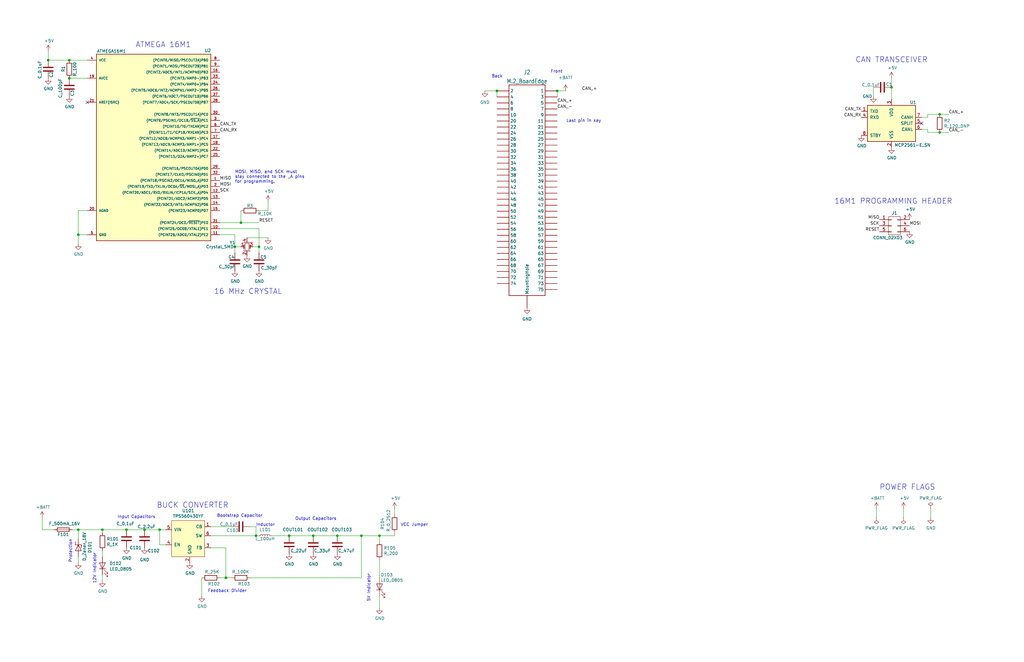
<source format=kicad_sch>
(kicad_sch (version 20211123) (generator eeschema)
  (paper "B")
  (title_block (title "OEM Project Template") (date "2019-08-22") (rev "1") (company "Olin Electric Motorsports") (comment 1 "Wesley Soo-Hoo"))
  (lib_symbols
    (symbol "formula:ATMEGA16M1" (pin_names (offset 1.016))
      (property "Reference" "U" (at -24.13 46.482 0))
      (property "Value" "ATMEGA16M1" (at 12.7 -35.56 0))
      (symbol "ATMEGA16M1_0_1"
        (rectangle (start -24.13 45.72) (end 24.13 -33.02) (stroke (width 0.254)) (fill (type background)))
      )
      (symbol "ATMEGA16M1_1_1"
        (pin bidirectional line (at 27.94 -7.62 180) (length 3.81) (name "(PCINT18/PSCIN2/OC1A/MISO_A)PD2") (number "1"))
        (pin bidirectional line (at 27.94 -27.94 180) (length 3.81) (name "(PCINT25/OC0B/XTAL1)PE1") (number "10"))
        (pin bidirectional line (at 27.94 -30.48 180) (length 3.81) (name "(PCINT26/ADC0/XTAL2)PE2") (number "11"))
        (pin bidirectional line (at 27.94 -12.7 180) (length 3.81) (name "(PCINT20/ADC1/RXD/RXLIN/ICP1A/SCK_A)PD4") (number "12"))
        (pin bidirectional line (at 27.94 -15.24 180) (length 3.81) (name "(PCINT21/ADC2/ACMP2)PD5") (number "13"))
        (pin bidirectional line (at 27.94 -17.78 180) (length 3.81) (name "(PCINT22/ADC3/INT0/ACMPN2)PD6") (number "14"))
        (pin bidirectional line (at 27.94 -20.32 180) (length 3.81) (name "(PCINT23/ACMP0)PD7") (number "15"))
        (pin bidirectional line (at 27.94 38.1 180) (length 3.81) (name "(PCINT2/ADC5/INT1/ACMPN0)PB2") (number "16"))
        (pin bidirectional line (at 27.94 10.16 180) (length 3.81) (name "(PCINT12/ADC8/ACMPN3/AMP1-)PC4") (number "17"))
        (pin bidirectional line (at 27.94 7.62 180) (length 3.81) (name "(PCINT13/ADC9/ACMP3/AMP1+)PC5") (number "18"))
        (pin power_in line (at -27.94 35.56 0) (length 3.81) (name "AVCC") (number "19"))
        (pin bidirectional line (at 27.94 -10.16 180) (length 3.81) (name "(PCINT19/TXD/TXLIN/OC0A/~{SS}/MOSI_A)PD3") (number "2"))
        (pin power_in line (at -27.94 -20.32 0) (length 3.81) (name "AGND") (number "20"))
        (pin power_in line (at -27.94 25.4 0) (length 3.81) (name "AREF(ISRC)") (number "21"))
        (pin bidirectional line (at 27.94 5.08 180) (length 3.81) (name "(PCINT14/ADC10/ACMP1)PC6") (number "22"))
        (pin bidirectional line (at 27.94 35.56 180) (length 3.81) (name "(PCINT3/AMP0-)PB3") (number "23"))
        (pin bidirectional line (at 27.94 33.02 180) (length 3.81) (name "(PCINT4/AMP0+)PB4") (number "24"))
        (pin bidirectional line (at 27.94 2.54 180) (length 3.81) (name "(PCINT15/D2A/AMP2+)PC7") (number "25"))
        (pin bidirectional line (at 27.94 30.48 180) (length 3.81) (name "(PCINT5/ADC6/INT2/ACMPN1/AMP2-)PB5") (number "26"))
        (pin bidirectional line (at 27.94 27.94 180) (length 3.81) (name "(PCINT6/ADC7/PSCOUT1B)PB6") (number "27"))
        (pin bidirectional line (at 27.94 25.4 180) (length 3.81) (name "(PCINT7/ADC4/SCK/PSCOUT0B)PB7") (number "28"))
        (pin bidirectional line (at 27.94 -2.54 180) (length 3.81) (name "(PCINT16/PSCOUT0A)PD0") (number "29"))
        (pin bidirectional line (at 27.94 17.78 180) (length 3.81) (name "(PCINT9/PSCIN1/OC1B/~{SS_A})PC1") (number "3"))
        (pin bidirectional line (at 27.94 20.32 180) (length 3.81) (name "(PCINT8/INT3/PSCOUT1A)PC0") (number "30"))
        (pin bidirectional line (at 27.94 -25.4 180) (length 3.81) (name "(PCINT24/OCD/~{RESET})PE0") (number "31"))
        (pin bidirectional line (at 27.94 -5.08 180) (length 3.81) (name "(PCINT17/CLKO/PSCIN0)PD1") (number "32"))
        (pin power_in line (at -27.94 43.18 0) (length 3.81) (name "VCC") (number "4"))
        (pin power_in line (at -27.94 -30.48 0) (length 3.81) (name "GND") (number "5"))
        (pin bidirectional line (at 27.94 15.24 180) (length 3.81) (name "(PCINT10/T0/TXCAN)PC2") (number "6"))
        (pin bidirectional line (at 27.94 12.7 180) (length 3.81) (name "(PCINT11/T1/ICP1B/RXCAN)PC3") (number "7"))
        (pin bidirectional line (at 27.94 43.18 180) (length 3.81) (name "(PCINT0/MISO/PSCOUT2A)PB0") (number "8"))
        (pin bidirectional line (at 27.94 40.64 180) (length 3.81) (name "(PCINT1/MOSI/PSCOUT2B)PB1") (number "9"))
      )
    )
    (symbol "formula:CONN_02X03" (pin_names (offset 0.0254) hide)
      (property "Reference" "J" (at 0 5.08 0))
      (property "Value" "CONN_02X03" (at 0 -5.08 0))
      (symbol "CONN_02X03_0_1"
        (rectangle (start -2.54 -2.413) (end -1.27 -2.667))
        (rectangle (start -2.54 0.127) (end -1.27 -0.127))
        (rectangle (start -2.54 2.667) (end -1.27 2.413))
        (rectangle (start -2.54 3.81) (end 2.54 -3.81))
        (rectangle (start 1.27 -2.413) (end 2.54 -2.667))
        (rectangle (start 1.27 0.127) (end 2.54 -0.127))
        (rectangle (start 1.27 2.667) (end 2.54 2.413))
      )
      (symbol "CONN_02X03_1_1"
        (pin passive line (at -6.35 2.54 0) (length 3.81) (name "P1") (number "1"))
        (pin passive line (at 6.35 2.54 180) (length 3.81) (name "P2") (number "2"))
        (pin passive line (at -6.35 0 0) (length 3.81) (name "P3") (number "3"))
        (pin passive line (at 6.35 0 180) (length 3.81) (name "P4") (number "4"))
        (pin passive line (at -6.35 -2.54 0) (length 3.81) (name "P5") (number "5"))
        (pin passive line (at 6.35 -2.54 180) (length 3.81) (name "P6") (number "6"))
      )
    )
    (symbol "formula:C_0.1uF" (pin_numbers hide) (pin_names (offset 0.254))
      (property "Reference" "C" (at 0.635 2.54 0))
      (property "Value" "C_0.1uF" (at 0.635 -2.54 0))
      (symbol "C_0.1uF_0_1"
        (polyline (pts (xy -2.032 -0.762) (xy 2.032 -0.762)) (stroke (width 0.508)))
        (polyline (pts (xy -2.032 0.762) (xy 2.032 0.762)) (stroke (width 0.508)))
      )
      (symbol "C_0.1uF_1_1"
        (pin passive line (at 0 3.81 270) (length 2.794) (name "~") (number "1"))
        (pin passive line (at 0 -3.81 90) (length 2.794) (name "~") (number "2"))
      )
    )
    (symbol "formula:C_100pF" (pin_numbers hide) (pin_names (offset 0.254))
      (property "Reference" "C" (at 0.635 2.54 0))
      (property "Value" "C_100pF" (at 0.635 -2.54 0))
      (symbol "C_100pF_0_1"
        (polyline (pts (xy -2.032 -0.762) (xy 2.032 -0.762)) (stroke (width 0.508)))
        (polyline (pts (xy -2.032 0.762) (xy 2.032 0.762)) (stroke (width 0.508)))
      )
      (symbol "C_100pF_1_1"
        (pin passive line (at 0 3.81 270) (length 2.794) (name "~") (number "1"))
        (pin passive line (at 0 -3.81 90) (length 2.794) (name "~") (number "2"))
      )
    )
    (symbol "formula:C_2.2uF" (pin_numbers hide) (pin_names (offset 0.254))
      (property "Reference" "C" (at 0.635 3.81 0))
      (property "Value" "C_2.2uF" (at 0.635 -1.27 0))
      (symbol "C_2.2uF_0_1"
        (polyline (pts (xy -2.032 0.508) (xy 2.032 0.508)) (stroke (width 0.508)))
        (polyline (pts (xy -2.032 2.032) (xy 2.032 2.032)) (stroke (width 0.508)))
      )
      (symbol "C_2.2uF_1_1"
        (pin passive line (at 0 5.08 270) (length 2.794) (name "~") (number "1"))
        (pin passive line (at 0 -2.54 90) (length 2.794) (name "~") (number "2"))
      )
    )
    (symbol "formula:C_22uF" (pin_numbers hide) (pin_names (offset 0.254))
      (property "Reference" "C" (at 0.635 2.54 0))
      (property "Value" "C_22uF" (at 0.635 -2.54 0))
      (symbol "C_22uF_0_1"
        (polyline (pts (xy -2.032 -0.762) (xy 2.032 -0.762)) (stroke (width 0.508)))
        (polyline (pts (xy -2.032 0.762) (xy 2.032 0.762)) (stroke (width 0.508)))
      )
      (symbol "C_22uF_1_1"
        (pin passive line (at 0 3.81 270) (length 2.794) (name "~") (number "1"))
        (pin passive line (at 0 -3.81 90) (length 2.794) (name "~") (number "2"))
      )
    )
    (symbol "formula:C_30pF" (pin_numbers hide) (pin_names (offset 0.254))
      (property "Reference" "C" (at 0.635 2.54 0))
      (property "Value" "C_30pF" (at 0.635 -2.54 0))
      (symbol "C_30pF_0_1"
        (polyline (pts (xy -2.032 -0.762) (xy 2.032 -0.762)) (stroke (width 0.508)))
        (polyline (pts (xy -2.032 0.762) (xy 2.032 0.762)) (stroke (width 0.508)))
      )
      (symbol "C_30pF_1_1"
        (pin passive line (at 0 3.81 270) (length 2.794) (name "~") (number "1"))
        (pin passive line (at 0 -3.81 90) (length 2.794) (name "~") (number "2"))
      )
    )
    (symbol "formula:C_33uF" (pin_numbers hide) (pin_names (offset 0.254))
      (property "Reference" "C" (at 0.635 2.54 0))
      (property "Value" "C_33uF" (at 2.54 -7.62 0))
      (symbol "C_33uF_0_1"
        (polyline (pts (xy -2.032 -0.762) (xy 2.032 -0.762)) (stroke (width 0.508)))
        (polyline (pts (xy -2.032 0.762) (xy 2.032 0.762)) (stroke (width 0.508)))
      )
      (symbol "C_33uF_1_1"
        (pin passive line (at 0 3.81 270) (length 2.794) (name "~") (number "1"))
        (pin passive line (at 0 -3.81 90) (length 2.794) (name "~") (number "2"))
      )
    )
    (symbol "formula:C_47uF" (pin_numbers hide) (pin_names (offset 0.254))
      (property "Reference" "C" (at 0.635 2.54 0))
      (property "Value" "C_47uF" (at 0.635 -2.54 0))
      (symbol "C_47uF_0_1"
        (polyline (pts (xy -2.032 -0.762) (xy 2.032 -0.762)) (stroke (width 0.508)))
        (polyline (pts (xy -2.032 0.762) (xy 2.032 0.762)) (stroke (width 0.508)))
      )
      (symbol "C_47uF_1_1"
        (pin passive line (at 0 3.81 270) (length 2.794) (name "~") (number "1"))
        (pin passive line (at 0 -3.81 90) (length 2.794) (name "~") (number "2"))
      )
    )
    (symbol "formula:Crystal_SMD" (pin_names (offset 1.016) hide)
      (property "Reference" "Y" (at 1.27 4.445 0))
      (property "Value" "Crystal_SMD" (at 1.27 2.54 0))
      (symbol "Crystal_SMD_0_1"
        (rectangle (start -0.762 -1.524) (end 0.762 1.524))
        (polyline (pts (xy -1.27 -0.762) (xy -1.27 0.762)) (stroke (width 0.381)))
        (polyline (pts (xy 1.27 -0.762) (xy 1.27 0.762)) (stroke (width 0.381)))
        (polyline (pts (xy -1.27 -1.27) (xy -1.27 -1.905) (xy 1.27 -1.905) (xy 1.27 -1.27)))
        (polyline (pts (xy -1.27 1.27) (xy -1.27 1.905) (xy 1.27 1.905) (xy 1.27 1.27)))
      )
      (symbol "Crystal_SMD_1_1"
        (pin passive line (at -2.54 0 0) (length 1.27) (name "1") (number "1"))
        (pin passive line (at 0 -3.81 90) (length 1.905) (name "2") (number "2"))
        (pin passive line (at 2.54 0 180) (length 1.27) (name "3") (number "3"))
        (pin passive line (at 0 3.81 270) (length 1.905) (name "4") (number "4"))
      )
    )
    (symbol "formula:D_Zener_18V" (pin_numbers hide) (pin_names (offset 1.016) hide)
      (property "Reference" "D" (at 0 2.54 0))
      (property "Value" "D_Zener_18V" (at 0 -2.54 0))
      (symbol "D_Zener_18V_0_1"
        (polyline (pts (xy -1.27 -1.27) (xy -2.54 -1.27)) (stroke (width 0.2032)))
        (polyline (pts (xy -1.27 1.27) (xy 0 1.27)) (stroke (width 0.2032)))
        (polyline (pts (xy 1.27 0) (xy -1.27 0)))
        (polyline (pts (xy -1.27 -1.27) (xy -1.27 1.27) (xy -0.762 1.27)) (stroke (width 0.2032)))
        (polyline (pts (xy 1.27 -1.27) (xy 1.27 1.27) (xy -1.27 0) (xy 1.27 -1.27)) (stroke (width 0.2032)))
      )
      (symbol "D_Zener_18V_1_1"
        (pin passive line (at -3.81 0 0) (length 2.54) (name "K") (number "1"))
        (pin passive line (at 3.81 0 180) (length 2.54) (name "A") (number "2"))
      )
    )
    (symbol "formula:F_500mA_16V" (pin_numbers hide) (pin_names (offset 0))
      (property "Reference" "F" (at 2.032 0 90))
      (property "Value" "F_500mA_16V" (at -1.905 0 90))
      (symbol "F_500mA_16V_0_1"
        (rectangle (start -0.762 -2.54) (end 0.762 2.54) (stroke (width 0.254)))
        (polyline (pts (xy 0 2.54) (xy 0 -2.54)))
      )
      (symbol "F_500mA_16V_1_1"
        (pin passive line (at 0 3.81 270) (length 1.27) (name "~") (number "1"))
        (pin passive line (at 0 -3.81 90) (length 1.27) (name "~") (number "2"))
      )
    )
    (symbol "formula:LED_0805" (pin_numbers hide) (pin_names (offset 1.016) hide)
      (property "Reference" "D" (at 0 -2.54 0))
      (property "Value" "LED_0805" (at 0 2.54 0))
      (symbol "LED_0805_0_1"
        (polyline (pts (xy -1.27 -1.27) (xy -1.27 1.27)) (stroke (width 0.2032)))
        (polyline (pts (xy -1.27 0) (xy 1.27 0)))
        (polyline (pts (xy 1.27 -1.27) (xy 1.27 1.27) (xy -1.27 0) (xy 1.27 -1.27)) (stroke (width 0.2032)))
        (polyline (pts (xy -3.048 -0.762) (xy -4.572 -2.286) (xy -3.81 -2.286) (xy -4.572 -2.286) (xy -4.572 -1.524)))
        (polyline (pts (xy -1.778 -0.762) (xy -3.302 -2.286) (xy -2.54 -2.286) (xy -3.302 -2.286) (xy -3.302 -1.524)))
      )
      (symbol "LED_0805_1_1"
        (pin passive line (at -3.81 0 0) (length 2.54) (name "K") (number "1"))
        (pin passive line (at 3.81 0 180) (length 2.54) (name "A") (number "2"))
      )
    )
    (symbol "formula:L_100uH" (pin_numbers hide) (pin_names (offset 1.016) hide)
      (property "Reference" "L" (at 0 -1.27 0))
      (property "Value" "L_100uH" (at 0 2.54 0))
      (symbol "L_100uH_1_1"
        (arc (start -1.016 0) (mid -1.524 0.508) (end -2.032 0))
        (arc (start 0 0) (mid -0.508 0.508) (end -1.016 0))
        (arc (start 1.016 0) (mid 0.508 0.508) (end 0 0))
        (arc (start 2.032 0) (mid 1.524 0.508) (end 1.016 0))
        (pin passive line (at -2.54 0 0) (length 0.508) (name "~") (number "1"))
        (pin passive line (at 2.54 0 180) (length 0.508) (name "~") (number "2"))
      )
    )
    (symbol "formula:M.2_BoardEdge"
      (property "Reference" "J?" (at 8.89 95.25 0))
      (property "Value" "M.2_BoardEdge" (at 15.24 91.44 0))
      (symbol "M.2_BoardEdge_1_0"
        (polyline (pts (xy 0 0) (xy 0 88.9)) (stroke (width 0.254)))
        (polyline (pts (xy 0 0) (xy 15.24 0)) (stroke (width 0.254)))
        (polyline (pts (xy 15.24 88.9) (xy 0 88.9)) (stroke (width 0.254)))
        (polyline (pts (xy 15.24 88.9) (xy 15.24 0)) (stroke (width 0.254)))
        (pin bidirectional line (at 7.62 -5.08 90) (length 5.08) (name "MountingHole") (number "MOUNTING-HOLE"))
        (pin bidirectional line (at 20.32 86.36 180) (length 5.08) (name "1") (number "P$1"))
        (pin bidirectional line (at -5.08 76.2 0) (length 5.08) (name "10") (number "P$10"))
        (pin bidirectional line (at 20.32 73.66 180) (length 5.08) (name "11") (number "P$11"))
        (pin bidirectional line (at -5.08 86.36 0) (length 5.08) (name "2") (number "P$2"))
        (pin bidirectional line (at -5.08 73.66 0) (length 5.08) (name "20") (number "P$20"))
        (pin bidirectional line (at 20.32 71.12 180) (length 5.08) (name "21") (number "P$21"))
        (pin bidirectional line (at -5.08 71.12 0) (length 5.08) (name "22") (number "P$22"))
        (pin bidirectional line (at 20.32 68.58 180) (length 5.08) (name "23") (number "P$23"))
        (pin bidirectional line (at -5.08 68.58 0) (length 5.08) (name "24") (number "P$24"))
        (pin bidirectional line (at 20.32 66.04 180) (length 5.08) (name "25") (number "P$25"))
        (pin bidirectional line (at -5.08 66.04 0) (length 5.08) (name "26") (number "P$26"))
        (pin bidirectional line (at 20.32 63.5 180) (length 5.08) (name "27") (number "P$27"))
        (pin bidirectional line (at -5.08 63.5 0) (length 5.08) (name "28") (number "P$28"))
        (pin bidirectional line (at 20.32 60.96 180) (length 5.08) (name "29") (number "P$29"))
        (pin bidirectional line (at 20.32 83.82 180) (length 5.08) (name "3") (number "P$3"))
        (pin bidirectional line (at -5.08 60.96 0) (length 5.08) (name "30") (number "P$30"))
        (pin bidirectional line (at 20.32 58.42 180) (length 5.08) (name "31") (number "P$31"))
        (pin bidirectional line (at -5.08 58.42 0) (length 5.08) (name "32") (number "P$32"))
        (pin bidirectional line (at 20.32 55.88 180) (length 5.08) (name "33") (number "P$33"))
        (pin bidirectional line (at -5.08 55.88 0) (length 5.08) (name "34") (number "P$34"))
        (pin bidirectional line (at 20.32 53.34 180) (length 5.08) (name "35") (number "P$35"))
        (pin bidirectional line (at -5.08 53.34 0) (length 5.08) (name "36") (number "P$36"))
        (pin bidirectional line (at 20.32 50.8 180) (length 5.08) (name "37") (number "P$37"))
        (pin bidirectional line (at -5.08 50.8 0) (length 5.08) (name "38") (number "P$38"))
        (pin bidirectional line (at 20.32 48.26 180) (length 5.08) (name "39") (number "P$39"))
        (pin bidirectional line (at -5.08 83.82 0) (length 5.08) (name "4") (number "P$4"))
        (pin bidirectional line (at -5.08 48.26 0) (length 5.08) (name "40") (number "P$40"))
        (pin bidirectional line (at 20.32 45.72 180) (length 5.08) (name "41") (number "P$41"))
        (pin bidirectional line (at -5.08 45.72 0) (length 5.08) (name "42") (number "P$42"))
        (pin bidirectional line (at 20.32 43.18 180) (length 5.08) (name "43") (number "P$43"))
        (pin bidirectional line (at -5.08 43.18 0) (length 5.08) (name "44") (number "P$44"))
        (pin bidirectional line (at 20.32 40.64 180) (length 5.08) (name "45") (number "P$45"))
        (pin bidirectional line (at -5.08 40.64 0) (length 5.08) (name "46") (number "P$46"))
        (pin bidirectional line (at 20.32 38.1 180) (length 5.08) (name "47") (number "P$47"))
        (pin bidirectional line (at -5.08 38.1 0) (length 5.08) (name "48") (number "P$48"))
        (pin bidirectional line (at 20.32 35.56 180) (length 5.08) (name "49") (number "P$49"))
        (pin bidirectional line (at 20.32 81.28 180) (length 5.08) (name "5") (number "P$5"))
        (pin bidirectional line (at -5.08 35.56 0) (length 5.08) (name "50") (number "P$50"))
        (pin bidirectional line (at 20.32 33.02 180) (length 5.08) (name "51") (number "P$51"))
        (pin bidirectional line (at -5.08 33.02 0) (length 5.08) (name "52") (number "P$52"))
        (pin bidirectional line (at 20.32 30.48 180) (length 5.08) (name "53") (number "P$53"))
        (pin bidirectional line (at -5.08 30.48 0) (length 5.08) (name "54") (number "P$54"))
        (pin bidirectional line (at 20.32 27.94 180) (length 5.08) (name "55") (number "P$55"))
        (pin bidirectional line (at -5.08 27.94 0) (length 5.08) (name "56") (number "P$56"))
        (pin bidirectional line (at 20.32 25.4 180) (length 5.08) (name "57") (number "P$57"))
        (pin bidirectional line (at -5.08 25.4 0) (length 5.08) (name "58") (number "P$58"))
        (pin bidirectional line (at 20.32 22.86 180) (length 5.08) (name "59") (number "P$59"))
        (pin bidirectional line (at -5.08 81.28 0) (length 5.08) (name "6") (number "P$6"))
        (pin bidirectional line (at -5.08 22.86 0) (length 5.08) (name "60") (number "P$60"))
        (pin bidirectional line (at 20.32 20.32 180) (length 5.08) (name "61") (number "P$61"))
        (pin bidirectional line (at -5.08 20.32 0) (length 5.08) (name "62") (number "P$62"))
        (pin bidirectional line (at 20.32 17.78 180) (length 5.08) (name "63") (number "P$63"))
        (pin bidirectional line (at -5.08 17.78 0) (length 5.08) (name "64") (number "P$64"))
        (pin bidirectional line (at 20.32 15.24 180) (length 5.08) (name "65") (number "P$65"))
        (pin bidirectional line (at -5.08 15.24 0) (length 5.08) (name "66") (number "P$66"))
        (pin bidirectional line (at 20.32 12.7 180) (length 5.08) (name "67") (number "P$67"))
        (pin bidirectional line (at -5.08 12.7 0) (length 5.08) (name "68") (number "P$68"))
        (pin bidirectional line (at 20.32 10.16 180) (length 5.08) (name "69") (number "P$69"))
        (pin bidirectional line (at 20.32 78.74 180) (length 5.08) (name "7") (number "P$7"))
        (pin bidirectional line (at -5.08 10.16 0) (length 5.08) (name "70") (number "P$70"))
        (pin bidirectional line (at 20.32 7.62 180) (length 5.08) (name "71") (number "P$71"))
        (pin bidirectional line (at -5.08 7.62 0) (length 5.08) (name "72") (number "P$72"))
        (pin bidirectional line (at 20.32 5.08 180) (length 5.08) (name "73") (number "P$73"))
        (pin bidirectional line (at -5.08 5.08 0) (length 5.08) (name "74") (number "P$74"))
        (pin bidirectional line (at 20.32 2.54 180) (length 5.08) (name "75") (number "P$75"))
        (pin bidirectional line (at -5.08 78.74 0) (length 5.08) (name "8") (number "P$8"))
        (pin bidirectional line (at 20.32 76.2 180) (length 5.08) (name "9") (number "P$9"))
      )
    )
    (symbol "formula:MCP2561-E_SN" (pin_names (offset 1.016))
      (property "Reference" "U" (at -10.16 8.89 0))
      (property "Value" "MCP2561-E_SN" (at 2.54 8.89 0))
      (symbol "MCP2561-E_SN_0_1"
        (rectangle (start -10.16 7.62) (end 10.16 -7.62) (stroke (width 0.254)) (fill (type background)))
      )
      (symbol "MCP2561-E_SN_1_1"
        (pin input line (at -12.7 5.08 0) (length 2.54) (name "TXD") (number "1"))
        (pin power_in line (at 0 -10.16 90) (length 2.54) (name "VSS") (number "2"))
        (pin power_in line (at 0 10.16 270) (length 2.54) (name "VDD") (number "3"))
        (pin output line (at -12.7 2.54 0) (length 2.54) (name "RXD") (number "4"))
        (pin passive line (at 12.7 0 180) (length 2.54) (name "SPLIT") (number "5"))
        (pin bidirectional line (at 12.7 -2.54 180) (length 2.54) (name "CANL") (number "6"))
        (pin bidirectional line (at 12.7 2.54 180) (length 2.54) (name "CANH") (number "7"))
        (pin input line (at -12.7 -5.08 0) (length 2.54) (name "STBY") (number "8"))
      )
    )
    (symbol "formula:R_0_2512" (pin_numbers hide) (pin_names (offset 0))
      (property "Reference" "R" (at 2.032 0 90))
      (property "Value" "R_0_2512" (at -2.54 0 90))
      (symbol "R_0_2512_0_1"
        (rectangle (start -1.016 -2.54) (end 1.016 2.54) (stroke (width 0.254)))
      )
      (symbol "R_0_2512_1_1"
        (pin passive line (at 0 3.81 270) (length 1.27) (name "~") (number "1"))
        (pin passive line (at 0 -3.81 90) (length 1.27) (name "~") (number "2"))
      )
    )
    (symbol "formula:R_100" (pin_numbers hide) (pin_names (offset 0))
      (property "Reference" "R" (at 2.032 0 90))
      (property "Value" "R_100" (at -2.54 0 90))
      (symbol "R_100_0_1"
        (rectangle (start -1.016 -2.54) (end 1.016 2.54) (stroke (width 0.254)))
      )
      (symbol "R_100_1_1"
        (pin passive line (at 0 3.81 270) (length 1.27) (name "~") (number "1"))
        (pin passive line (at 0 -3.81 90) (length 1.27) (name "~") (number "2"))
      )
    )
    (symbol "formula:R_100K" (pin_numbers hide) (pin_names (offset 0))
      (property "Reference" "R" (at 2.032 0 90))
      (property "Value" "R_100K" (at -2.54 0 90))
      (symbol "R_100K_0_1"
        (rectangle (start -1.016 -2.54) (end 1.016 2.54) (stroke (width 0.254)))
      )
      (symbol "R_100K_1_1"
        (pin passive line (at 0 3.81 270) (length 1.27) (name "~") (number "1"))
        (pin passive line (at 0 -3.81 90) (length 1.27) (name "~") (number "2"))
      )
    )
    (symbol "formula:R_10K" (pin_numbers hide) (pin_names (offset 0))
      (property "Reference" "R" (at 2.032 0 90))
      (property "Value" "R_10K" (at -2.54 0 90))
      (symbol "R_10K_0_1"
        (rectangle (start -1.016 -2.54) (end 1.016 2.54) (stroke (width 0.254)))
      )
      (symbol "R_10K_1_1"
        (pin passive line (at 0 3.81 270) (length 1.27) (name "~") (number "1"))
        (pin passive line (at 0 -3.81 90) (length 1.27) (name "~") (number "2"))
      )
    )
    (symbol "formula:R_120_DNP" (pin_numbers hide) (pin_names (offset 0))
      (property "Reference" "R" (at 2.032 0 90))
      (property "Value" "R_120_DNP" (at -2.54 0 90))
      (symbol "R_120_DNP_0_1"
        (rectangle (start -1.016 -2.54) (end 1.016 2.54) (stroke (width 0.254)))
      )
      (symbol "R_120_DNP_1_1"
        (pin passive line (at 0 3.81 270) (length 1.27) (name "~") (number "1"))
        (pin passive line (at 0 -3.81 90) (length 1.27) (name "~") (number "2"))
      )
    )
    (symbol "formula:R_1K" (pin_numbers hide) (pin_names (offset 0))
      (property "Reference" "R" (at 2.032 0 90))
      (property "Value" "R_1K" (at -2.54 0 90))
      (symbol "R_1K_0_1"
        (rectangle (start -1.016 -2.54) (end 1.016 2.54) (stroke (width 0.254)))
      )
      (symbol "R_1K_1_1"
        (pin passive line (at 0 3.81 270) (length 1.27) (name "~") (number "1"))
        (pin passive line (at 0 -3.81 90) (length 1.27) (name "~") (number "2"))
      )
    )
    (symbol "formula:R_200" (pin_numbers hide) (pin_names (offset 0))
      (property "Reference" "R" (at 2.032 0 90))
      (property "Value" "R_200" (at -2.54 0 90))
      (symbol "R_200_0_1"
        (rectangle (start -1.016 -2.54) (end 1.016 2.54) (stroke (width 0.254)))
      )
      (symbol "R_200_1_1"
        (pin passive line (at 0 3.81 270) (length 1.27) (name "~") (number "1"))
        (pin passive line (at 0 -3.81 90) (length 1.27) (name "~") (number "2"))
      )
    )
    (symbol "formula:R_25K" (pin_numbers hide) (pin_names (offset 0))
      (property "Reference" "R" (at 6.35 0 90))
      (property "Value" "R_25K" (at 5.08 5.08 0))
      (symbol "R_25K_0_1"
        (rectangle (start -1.016 -2.54) (end 1.016 2.54) (stroke (width 0.254)))
      )
      (symbol "R_25K_1_1"
        (pin passive line (at 0 3.81 270) (length 1.27) (name "~") (number "1"))
        (pin passive line (at 0 -3.81 90) (length 1.27) (name "~") (number "2"))
      )
    )
    (symbol "formula:TPS560430YF" (pin_names (offset 1.016))
      (property "Reference" "U" (at -5.08 -8.89 0))
      (property "Value" "TPS560430YF" (at 0 10.16 0))
      (symbol "TPS560430YF_0_1"
        (rectangle (start -6.35 -2.54) (end -6.35 -2.54))
        (rectangle (start -6.35 7.62) (end 7.62 -7.62) (fill (type background)))
      )
      (symbol "TPS560430YF_1_1"
        (pin bidirectional line (at 10.16 5.08 180) (length 2.54) (name "CB") (number "1"))
        (pin power_in line (at 1.27 -10.16 90) (length 2.54) (name "GND") (number "2"))
        (pin input line (at 10.16 -3.81 180) (length 2.54) (name "FB") (number "3"))
        (pin input line (at -8.89 -2.54 0) (length 2.54) (name "EN") (number "4"))
        (pin power_in line (at -8.89 3.81 0) (length 2.54) (name "VIN") (number "5"))
        (pin output line (at 10.16 1.27 180) (length 2.54) (name "SW") (number "6"))
      )
    )
    (symbol "power:+5V" (power) (pin_names (offset 0))
      (property "Value" "+5V" (at 0 3.556 0))
      (symbol "+5V_0_1"
        (polyline (pts (xy -0.762 1.27) (xy 0 2.54)))
        (polyline (pts (xy 0 0) (xy 0 2.54)))
        (polyline (pts (xy 0 2.54) (xy 0.762 1.27)))
      )
      (symbol "+5V_1_1"
        (pin power_in line (at 0 0 90) (length 0) hide (name "+5V") (number "1"))
      )
    )
    (symbol "power:+BATT" (power) (pin_names (offset 0))
      (property "Value" "+BATT" (at 0 3.556 0))
      (symbol "+BATT_0_1"
        (polyline (pts (xy -0.762 1.27) (xy 0 2.54)))
        (polyline (pts (xy 0 0) (xy 0 2.54)))
        (polyline (pts (xy 0 2.54) (xy 0.762 1.27)))
      )
      (symbol "+BATT_1_1"
        (pin power_in line (at 0 0 90) (length 0) hide (name "+BATT") (number "1"))
      )
    )
    (symbol "power:GND" (power) (pin_names (offset 0))
      (property "Value" "GND" (at 0 -3.81 0))
      (symbol "GND_0_1"
        (polyline (pts (xy 0 0) (xy 0 -1.27) (xy 1.27 -1.27) (xy 0 -2.54) (xy -1.27 -1.27) (xy 0 -1.27)))
      )
      (symbol "GND_1_1"
        (pin power_in line (at 0 0 270) (length 0) hide (name "GND") (number "1"))
      )
    )
    (symbol "power:PWR_FLAG" (power) (pin_numbers hide) (pin_names (offset 0) hide)
      (property "Value" "PWR_FLAG" (at 0 3.81 0))
      (symbol "PWR_FLAG_0_0"
        (pin power_out line (at 0 0 90) (length 0) (name "pwr") (number "1"))
      )
      (symbol "PWR_FLAG_0_1"
        (polyline (pts (xy 0 0) (xy 0 1.27) (xy -1.016 1.905) (xy 0 2.54) (xy 1.016 1.905) (xy 0 1.27)))
      )
    )
  )
  (junction (at 20.32 25.4))
  (junction (at 33.02 223.52))
  (junction (at 375.92 36.83))
  (junction (at 234.95 38.354))
  (junction (at 29.21 25.4))
  (junction (at 67.31 223.52))
  (junction (at 152.4 226.06))
  (junction (at 121.92 226.06))
  (junction (at 142.24 226.06))
  (junction (at 43.18 223.52))
  (junction (at 53.34 223.52))
  (junction (at 29.21 33.02))
  (junction (at 107.95 226.06))
  (junction (at 396.24 55.88))
  (junction (at 132.08 226.06))
  (junction (at 33.02 99.06))
  (junction (at 396.24 48.26))
  (junction (at 101.6 93.98))
  (junction (at 60.96 223.52))
  (junction (at 160.02 226.06))
  (junction (at 99.06 104.14))
  (junction (at 209.55 38.354))
  (junction (at 95.25 243.84))
  (junction (at 109.22 104.14))
  (no_connect (at 388.62 52.07))
  (no_connect (at 36.83 43.18))
  (wire (pts (xy 160.02 251.46) (xy 160.02 256.54)))
  (wire (pts (xy 160.02 228.6) (xy 160.02 226.06)))
  (wire (pts (xy 88.9 231.14) (xy 95.25 231.14)))
  (wire (pts (xy 53.34 223.52) (xy 60.96 223.52)))
  (wire (pts (xy 33.02 88.9) (xy 36.83 88.9)))
  (wire (pts (xy 109.22 96.52) (xy 92.71 96.52)))
  (wire (pts (xy 368.3 36.83) (xy 368.3 40.64)))
  (wire (pts (xy 391.16 54.61) (xy 391.16 55.88)))
  (wire (pts (xy 234.95 38.354) (xy 234.95 40.894)))
  (wire (pts (xy 67.31 223.52) (xy 69.85 223.52)))
  (wire (pts (xy 204.47 38.354) (xy 209.55 38.354)))
  (wire (pts (xy 107.95 226.06) (xy 109.22 226.06)))
  (wire (pts (xy 104.14 100.33) (xy 113.03 100.33)))
  (wire (pts (xy 166.37 226.06) (xy 166.37 224.79)))
  (wire (pts (xy 99.06 104.14) (xy 101.6 104.14)))
  (wire (pts (xy 88.9 226.06) (xy 107.95 226.06)))
  (wire (pts (xy 33.02 227.33) (xy 33.02 223.52)))
  (wire (pts (xy 85.09 243.84) (xy 85.09 251.46)))
  (wire (pts (xy 33.02 223.52) (xy 43.18 223.52)))
  (wire (pts (xy 391.16 48.26) (xy 396.24 48.26)))
  (wire (pts (xy 33.02 102.87) (xy 33.02 99.06)))
  (wire (pts (xy 391.16 55.88) (xy 396.24 55.88)))
  (wire (pts (xy 381 218.44) (xy 381 214.63)))
  (wire (pts (xy 114.3 226.06) (xy 121.92 226.06)))
  (wire (pts (xy 99.06 104.14) (xy 99.06 99.06)))
  (wire (pts (xy 20.32 25.4) (xy 29.21 25.4)))
  (wire (pts (xy 160.02 236.22) (xy 160.02 243.84)))
  (wire (pts (xy 396.24 48.26) (xy 400.05 48.26)))
  (wire (pts (xy 17.78 223.52) (xy 22.86 223.52)))
  (wire (pts (xy 142.24 226.06) (xy 152.4 226.06)))
  (wire (pts (xy 69.85 229.87) (xy 67.31 229.87)))
  (wire (pts (xy 36.83 33.02) (xy 29.21 33.02)))
  (wire (pts (xy 392.43 214.63) (xy 392.43 218.44)))
  (wire (pts (xy 375.92 36.83) (xy 375.92 33.02)))
  (wire (pts (xy 166.37 217.17) (xy 166.37 214.63)))
  (wire (pts (xy 95.25 231.14) (xy 95.25 243.84)))
  (wire (pts (xy 396.24 55.88) (xy 400.05 55.88)))
  (wire (pts (xy 375.92 41.91) (xy 375.92 36.83)))
  (wire (pts (xy 67.31 229.87) (xy 67.31 223.52)))
  (wire (pts (xy 106.68 104.14) (xy 109.22 104.14)))
  (wire (pts (xy 109.22 88.9) (xy 113.03 88.9)))
  (wire (pts (xy 209.55 38.354) (xy 209.55 40.894)))
  (wire (pts (xy 60.96 223.52) (xy 67.31 223.52)))
  (wire (pts (xy 88.9 222.25) (xy 97.79 222.25)))
  (wire (pts (xy 109.22 104.14) (xy 109.22 96.52)))
  (wire (pts (xy 107.95 222.25) (xy 107.95 226.06)))
  (wire (pts (xy 29.21 25.4) (xy 36.83 25.4)))
  (wire (pts (xy 369.57 214.63) (xy 369.57 218.44)))
  (wire (pts (xy 105.41 243.84) (xy 152.4 243.84)))
  (wire (pts (xy 234.95 38.354) (xy 238.506 38.354)))
  (wire (pts (xy 33.02 234.95) (xy 33.02 237.49)))
  (wire (pts (xy 30.48 223.52) (xy 33.02 223.52)))
  (wire (pts (xy 152.4 243.84) (xy 152.4 226.06)))
  (wire (pts (xy 43.18 232.41) (xy 43.18 234.95)))
  (wire (pts (xy 388.62 49.53) (xy 391.16 49.53)))
  (wire (pts (xy 160.02 226.06) (xy 166.37 226.06)))
  (wire (pts (xy 33.02 99.06) (xy 33.02 88.9)))
  (wire (pts (xy 388.62 54.61) (xy 391.16 54.61)))
  (wire (pts (xy 95.25 243.84) (xy 97.79 243.84)))
  (wire (pts (xy 132.08 226.06) (xy 142.24 226.06)))
  (wire (pts (xy 109.22 104.14) (xy 109.22 106.68)))
  (wire (pts (xy 92.71 243.84) (xy 95.25 243.84)))
  (wire (pts (xy 20.32 21.59) (xy 20.32 25.4)))
  (wire (pts (xy 99.06 106.68) (xy 99.06 104.14)))
  (wire (pts (xy 152.4 226.06) (xy 160.02 226.06)))
  (wire (pts (xy 101.6 93.98) (xy 101.6 88.9)))
  (wire (pts (xy 43.18 223.52) (xy 53.34 223.52)))
  (wire (pts (xy 101.6 93.98) (xy 109.22 93.98)))
  (wire (pts (xy 99.06 99.06) (xy 92.71 99.06)))
  (wire (pts (xy 105.41 222.25) (xy 107.95 222.25)))
  (wire (pts (xy 43.18 223.52) (xy 43.18 224.79)))
  (wire (pts (xy 17.78 218.44) (xy 17.78 223.52)))
  (wire (pts (xy 36.83 99.06) (xy 33.02 99.06)))
  (wire (pts (xy 391.16 49.53) (xy 391.16 48.26)))
  (wire (pts (xy 43.18 242.57) (xy 43.18 245.11)))
  (wire (pts (xy 92.71 93.98) (xy 101.6 93.98)))
  (wire (pts (xy 121.92 226.06) (xy 132.08 226.06)))
  (wire (pts (xy 113.03 88.9) (xy 113.03 85.09)))
  (text "Protection\n" (at 30.48 237.49 90) (effects (font (size 1.27 1.27)) (justify left bottom)))
  (text "BUCK CONVERTER\n" (at 66.04 214.63 0) (effects (font (size 2.2606 2.2606)) (justify left bottom)))
  (text "Back" (at 207.264 33.02 0) (effects (font (size 1.27 1.27)) (justify left bottom)))
  (text "Bootstrap Capacitor\n" (at 91.44 218.44 0) (effects (font (size 1.27 1.27)) (justify left bottom)))
  (text "Output Capacitors\n" (at 124.46 219.71 0) (effects (font (size 1.27 1.27)) (justify left bottom)))
  (text "POWER FLAGS\n" (at 370.84 207.01 0) (effects (font (size 2.2606 2.2606)) (justify left bottom)))
  (text "12V Indicator" (at 40.64 246.38 90) (effects (font (size 1.27 1.27)) (justify left bottom)))
  (text "Front" (at 232.156 30.988 0) (effects (font (size 1.27 1.27)) (justify left bottom)))
  (text "CAN TRANSCEIVER\n" (at 360.68 26.67 0) (effects (font (size 2.2606 2.2606)) (justify left bottom)))
  (text "Input Capacitors\n\n" (at 49.53 220.98 0) (effects (font (size 1.27 1.27)) (justify left bottom)))
  (text "VCC Jumper\n" (at 168.91 222.25 0) (effects (font (size 1.27 1.27)) (justify left bottom)))
  (text "ATMEGA 16M1\n" (at 57.15 20.32 0) (effects (font (size 2.2606 2.2606)) (justify left bottom)))
  (text "5V Indicator" (at 156.21 254 90) (effects (font (size 1.27 1.27)) (justify left bottom)))
  (text "MOSI, MISO, and SCK must\nstay connected to the _A pins\nfor programming." (at 99.06 77.47 0) (effects (font (size 1.27 1.27)) (justify left bottom)))
  (text "Inductor\n" (at 107.95 222.25 0) (effects (font (size 1.27 1.27)) (justify left bottom)))
  (text "Feedback Divider\n" (at 87.63 250.19 0) (effects (font (size 1.27 1.27)) (justify left bottom)))
  (text "Last pin in key" (at 238.76 51.816 0) (effects (font (size 1.27 1.27)) (justify left bottom)))
  (text "16 MHz CRYSTAL\n" (at 90.17 124.46 0) (effects (font (size 2.2606 2.2606)) (justify left bottom)))
  (text "16M1 PROGRAMMING HEADER\n" (at 351.79 86.36 0) (effects (font (size 2.2606 2.2606)) (justify left bottom)))
  (label "CAN_+" (at 245.364 38.354 0))
  (label "RESET" (at 370.84 97.79 180))
  (label "MISO" (at 92.71 76.2 0))
  (label "MOSI" (at 383.54 95.25 0))
  (label "CAN_+" (at 400.05 48.26 0))
  (label "CAN_-" (at 400.05 55.88 0))
  (label "CAN_RX" (at 92.71 55.88 0))
  (label "CAN_-" (at 234.95 45.974 0))
  (label "CAN_+" (at 234.95 43.434 0))
  (label "CAN_TX" (at 92.71 53.34 0))
  (label "MOSI" (at 92.71 78.74 0))
  (label "CAN_TX" (at 363.22 46.99 180))
  (label "SCK" (at 92.71 81.28 0))
  (label "SCK" (at 370.84 95.25 180))
  (label "RESET" (at 109.22 93.98 0))
  (label "CAN_RX" (at 363.22 49.53 180))
  (label "MISO" (at 370.84 92.71 180))
  (symbol (lib_id "power:GND") (at 80.01 237.49 0) (unit 1)
    (property "Reference" "#PWR?" (effects hide))
    (property "Value" "GND" (at 80.137 241.8842 0))
  )
  (symbol (lib_id "power:GND") (at 60.96 231.14 0) (unit 1)
    (property "Reference" "#PWR?" (effects hide))
    (property "Value" "GND" (at 60.96 236.22 0))
  )
  (symbol (lib_id "power:GND") (at 53.34 231.14 0) (unit 1)
    (property "Reference" "#PWR?" (effects hide))
    (property "Value" "GND" (at 53.467 235.5342 0))
  )
  (symbol (lib_id "formula:C_0.1uF") (at 101.6 222.25 90) (unit 1)
    (property "Reference" "C103" (at 98.044 223.774 90))
    (property "Value" "C_0.1uF" (at 96.52 221.234 90))
    (property "Footprint" "footprints:C_0805_OEM" (effects hide))
    (property "Datasheet" "http://datasheets.avx.com/X7RDielectric.pdf" (effects hide))
    (property "MFN" "DK" (effects hide))
    (property "MPN" "478-3352-1-ND" (effects hide))
    (property "PurchasingLink" "https://www.digikey.com/products/en?keywords=478-3352-1-ND" (effects hide))
  )
  (symbol (lib_id "formula:C_2.2uF") (at 60.96 228.6 0) (unit 1)
    (property "Reference" "C102" (at 62.23 232.41 0) (effects (justify left)))
    (property "Value" "C_2.2uF" (at 57.912 222.25 0) (effects (justify left)))
    (property "Footprint" "footprints:C_0603_1608Metric" (effects hide))
    (property "Datasheet" "http://www.yageo.com/documents/recent/UPY-GPHC_X5R_4V-to-50V_25.pdf" (effects hide))
    (property "MFN" "DK" (effects hide))
    (property "MPN" "311-1451-1-ND" (effects hide))
    (property "PurchasingLink" "https://www.digikey.com/product-detail/en/yageo/CC0603KRX5R6BB225/311-1451-1-ND/2833757" (effects hide))
  )
  (symbol (lib_id "formula:C_0.1uF") (at 53.34 227.33 0) (unit 1)
    (property "Reference" "C101" (at 54.61 231.14 0) (effects (justify left)))
    (property "Value" "C_0.1uF" (at 49.022 220.98 0) (effects (justify left)))
    (property "Footprint" "footprints:C_0805_OEM" (effects hide))
    (property "Datasheet" "http://datasheets.avx.com/X7RDielectric.pdf" (effects hide))
    (property "MFN" "DK" (effects hide))
    (property "MPN" "478-3352-1-ND" (effects hide))
    (property "PurchasingLink" "https://www.digikey.com/products/en?keywords=478-3352-1-ND" (effects hide))
  )
  (symbol (lib_id "formula:R_100K") (at 101.6 243.84 270) (unit 1)
    (property "Reference" "R103" (at 100.33 246.38 90) (effects (justify left)))
    (property "Value" "R_100K" (at 97.79 241.3 90) (effects (justify left)))
    (property "Footprint" "footprints:R_0805_OEM" (effects hide))
    (property "Datasheet" "https://industrial.panasonic.com/cdbs/www-data/pdf/RDA0000/AOA0000C304.pdf" (effects hide))
    (property "MFN" "DK" (effects hide))
    (property "MPN" "P100KCCT-ND" (effects hide))
    (property "PurchasingLink" "https://www.digikey.com/product-detail/en/panasonic-electronic-components/ERJ-6ENF1003V/P100KCCT-ND/119551" (effects hide))
  )
  (symbol (lib_id "power:GND") (at 392.43 218.44 0) (unit 1)
    (property "Reference" "#PWR?" (effects hide))
    (property "Value" "GND" (at 392.557 222.8342 0))
  )
  (symbol (lib_id "formula:C_22uF") (at 121.92 229.87 0) (unit 1)
    (property "Reference" "COUT101" (at 119.126 223.52 0) (effects (justify left)))
    (property "Value" "C_22uF" (at 122.428 232.41 0) (effects (justify left)))
    (property "Footprint" "footprints:C_1206_OEM" (effects hide))
    (property "Datasheet" "https://product.tdk.com/info/en/catalog/datasheets/mlcc_commercial_general_en.pdf" (effects hide))
    (property "MFN" "DK" (effects hide))
    (property "MPN" "445-11693-1-ND" (effects hide))
    (property "PurchasingLink" "https://www.digikey.com/product-detail/en/tdk-corporation/C3216JB1C226M160AB/445-11693-1-ND/3953359" (effects hide))
  )
  (symbol (lib_id "formula:C_47uF") (at 142.24 229.87 0) (unit 1)
    (property "Reference" "COUT103" (at 139.7 223.52 0) (effects (justify left)))
    (property "Value" "C_47uF" (at 142.494 232.41 0) (effects (justify left)))
    (property "Footprint" "footprints:C_0805_OEM" (effects hide))
    (property "Datasheet" "http://www.samsungsem.com/kr/support/product-search/mlcc/__icsFiles/afieldfile/2018/06/22/CL21A476MQYNNNG.pdf" (effects hide))
    (property "MFN" "DK" (effects hide))
    (property "MPN" "1276-6467-1-ND" (effects hide))
    (property "PurchasingLink" "https://www.digikey.com/product-detail/en/samsung-electro-mechanics/CL21A476MQYNNNG/1276-6467-1-ND/5958095" (effects hide))
  )
  (symbol (lib_id "formula:C_33uF") (at 132.08 229.87 0) (unit 1)
    (property "Reference" "COUT102" (at 129.54 223.52 0) (effects (justify left)))
    (property "Value" "C_33uF" (at 132.334 232.41 0) (effects (justify left)))
    (property "Footprint" "footprints:Fuse_1812" (effects hide))
    (property "Datasheet" "https://product.tdk.com/info/en/catalog/datasheets/mlcc_commercial_general_en.pdf" (effects hide))
    (property "MFN" "C4532X7R1C336M250KC" (effects hide))
    (property "MPN" "445-3924-1-ND" (effects hide))
    (property "PurchasingLink" "https://www.digikey.com/product-detail/en/tdk-corporation/C4532X7R1C336M250KC/445-3924-1-ND/1923431" (effects hide))
  )
  (symbol (lib_id "formula:R_25K") (at 88.9 243.84 270) (unit 1)
    (property "Reference" "R102" (at 87.63 246.38 90) (effects (justify left)))
    (property "Value" "R_25K" (at 86.36 241.3 90) (effects (justify left)))
    (property "Footprint" "footprints:R_0805_OEM" (effects hide))
    (property "Datasheet" "https://www.te.com/commerce/DocumentDelivery/DDEController?Action=srchrtrv&DocNm=1773200-1&DocType=DS&DocLang=English" (effects hide))
    (property "MFN" "A124124CT-ND" (effects hide))
    (property "Digi-key Part Number" "CPF-A-0805B25KE" (effects hide))
    (property "PurchasingLink" "https://www.digikey.com/product-detail/en/te-connectivity-passive-product/CPF-A-0805B25KE/A124124CT-ND/5970044" (effects hide))
  )
  (symbol (lib_id "formula:F_500mA_16V") (at 26.67 223.52 270) (unit 1)
    (property "Reference" "F101" (at 26.67 225.552 90))
    (property "Value" "F_500mA_16V" (at 27.178 220.98 90))
    (property "Footprint" "footprints:Fuse_1210" (effects hide))
    (property "Datasheet" "https://belfuse.com/resources/CircuitProtection/datasheets/0ZCH%20Nov2016.pdf" (effects hide))
    (property "MFN" "DK" (effects hide))
    (property "MPN" "507-1786-1-ND" (effects hide))
    (property "PurchasingLink" "https://www.digikey.com/product-detail/en/bel-fuse-inc/0ZCH0050FF2G/507-1786-1-ND/4156209" (effects hide))
  )
  (symbol (lib_id "formula:R_0_2512") (at 166.37 220.98 0) (unit 1)
    (property "Reference" "R104" (at 161.29 220.98 90))
    (property "Value" "R_0_2512" (at 163.83 219.71 90))
    (property "Footprint" "footprints:R_2512_OEM" (effects hide))
    (property "Datasheet" "http://www.te.com/commerce/DocumentDelivery/DDEController?Action=srchrtrv&DocNm=9-1773463-7&DocType=DS&DocLang=English" (effects hide))
    (property "MFN" "DK" (effects hide))
    (property "MPN" "A121322CT-ND" (effects hide))
    (property "PurchasingLink" "https://www.digikey.com/products/en?keywords=A121322CT-ND" (effects hide))
  )
  (symbol (lib_id "formula:LED_0805") (at 160.02 247.65 90) (unit 1)
    (property "Reference" "D103" (at 160.528 242.57 90) (effects (justify right)))
    (property "Value" "LED_0805" (at 160.528 244.856 90) (effects (justify right)))
    (property "Footprint" "footprints:LED_0805_OEM" (effects hide))
    (property "Datasheet" "http://www.osram-os.com/Graphics/XPic9/00078860_0.pdf" (effects hide))
    (property "MFN" "DK" (effects hide))
    (property "MPN" "475-1410-1-ND" (effects hide))
    (property "PurchasingLink" "https://www.digikey.com/products/en?keywords=475-1410-1-ND" (effects hide))
  )
  (symbol (lib_id "formula:R_200") (at 160.02 232.41 0) (unit 1)
    (property "Reference" "R105" (at 161.798 231.2416 0) (effects (justify left)))
    (property "Value" "R_200" (at 161.798 233.553 0) (effects (justify left)))
    (property "Footprint" "footprints:R_0805_OEM" (effects hide))
    (property "Datasheet" "https://www.seielect.com/Catalog/SEI-RMCF_RMCP.pdf" (effects hide))
    (property "MFN" "DK" (effects hide))
    (property "MPN" "RMCF0805JT200RCT-ND" (effects hide))
    (property "PurchasingLink" "https://www.digikey.com/products/en?keywords=RMCF0805JT200RCT-ND" (effects hide))
  )
  (symbol (lib_id "power:GND") (at 160.02 256.54 0) (unit 1)
    (property "Reference" "#PWR?" (effects hide))
    (property "Value" "GND" (at 160.147 260.9342 0))
  )
  (symbol (lib_id "formula:D_Zener_18V") (at 33.02 231.14 270) (unit 1)
    (property "Reference" "D101" (at 37.846 230.886 0))
    (property "Value" "D_Zener_18V" (at 35.56 230.632 0))
    (property "Footprint" "footprints:DO-214AA" (effects hide))
    (property "Datasheet" "http://www.mccsemi.com/up_pdf/SMBJ5338B-SMBJ5388B(SMB).pdf" (effects hide))
    (property "MFN" "DK" (effects hide))
    (property "MPN" "SMBJ5355B-TPMSCT-ND" (effects hide))
    (property "PurchasingLink" "https://www.digikey.com/products/en?keywords=SMBJ5355B-TPMSCT-ND" (effects hide))
  )
  (symbol (lib_id "power:GND") (at 33.02 237.49 0) (unit 1)
    (property "Reference" "#PWR?" (effects hide))
    (property "Value" "GND" (at 33.147 241.8842 0))
  )
  (symbol (lib_id "formula:LED_0805") (at 43.18 238.76 90) (unit 1)
    (property "Reference" "D102" (at 46.1518 237.7948 90) (effects (justify right)))
    (property "Value" "LED_0805" (at 46.1518 240.1062 90) (effects (justify right)))
    (property "Footprint" "footprints:LED_0805_OEM" (effects hide))
    (property "Datasheet" "http://www.osram-os.com/Graphics/XPic9/00078860_0.pdf" (effects hide))
    (property "MFN" "DK" (effects hide))
    (property "MPN" "475-1410-1-ND" (effects hide))
    (property "PurchasingLink" "https://www.digikey.com/products/en?keywords=475-1410-1-ND" (effects hide))
  )
  (symbol (lib_id "power:GND") (at 43.18 245.11 0) (unit 1)
    (property "Reference" "#PWR?" (effects hide))
    (property "Value" "GND" (at 43.307 249.5042 0))
  )
  (symbol (lib_id "formula:TPS560430YF") (at 78.74 227.33 0) (unit 1)
    (property "Reference" "U101" (at 79.375 215.519 0))
    (property "Value" "TPS560430YF" (at 79.375 217.8304 0))
    (property "Footprint" "footprints:SOT-23-6_OEM" (effects hide))
    (property "Datasheet" "http://www.ti.com/lit/ds/symlink/tps560430.pdf" (effects hide))
    (property "MPN" "TPS560430YFDBVR" (effects hide))
    (property "MFN" "TPS560430YFDBVR-ND" (effects hide))
    (property "Purchasing Link" "https://www.digikey.com/product-detail/en/texas-instruments/TPS560430XDBVR/296-50420-6-ND/9685813" (effects hide))
  )
  (symbol (lib_id "power:GND") (at 85.09 251.46 0) (unit 1)
    (property "Reference" "#PWR?" (effects hide))
    (property "Value" "GND" (at 85.217 255.8542 0))
  )
  (symbol (lib_id "power:GND") (at 132.08 233.68 0) (unit 1)
    (property "Reference" "#PWR?" (effects hide))
    (property "Value" "GND" (at 132.207 238.0742 0))
  )
  (symbol (lib_id "formula:ATMEGA16M1") (at 64.77 68.58 0) (unit 1)
    (property "Reference" "U2" (at 87.63 21.336 0))
    (property "Value" "ATMEGA16M1" (at 46.99 21.59 0))
    (property "Footprint" "footprints:TQFP-32_7x7mm_Pitch0.8mm" (effects hide))
    (property "Datasheet" "http://ww1.microchip.com/downloads/en/DeviceDoc/Atmel-8209-8-bit%20AVR%20ATmega16M1-32M1-64M1_Datasheet.pdf" (effects hide))
    (property "MFN" "DK" (effects hide))
    (property "MPN" "ATMEGA16M1-AU-ND" (effects hide))
    (property "PurchasingLink" "https://www.digikey.com/product-detail/en/atmel/ATMEGA16M1-AU/ATMEGA16M1-AU-ND/2271208" (effects hide))
  )
  (symbol (lib_id "formula:R_100") (at 29.21 29.21 0) (unit 1)
    (property "Reference" "R1" (at 26.67 30.48 90) (effects (justify left)))
    (property "Value" "R_100" (at 31.496 32.258 90) (effects (justify left)))
    (property "Footprint" "footprints:R_0805_OEM" (effects hide))
    (property "Datasheet" "https://www.seielect.com/Catalog/SEI-rncp.pdf" (effects hide))
    (property "MFN" "DK" (effects hide))
    (property "MPN" "RNCP0805FTD100RCT-ND" (effects hide))
    (property "PurchasingLink" "https://www.digikey.com/products/en?keywords=RNCP0805FTD100RCT-ND" (effects hide))
  )
  (symbol (lib_id "formula:C_0.1uF") (at 20.32 29.21 0) (unit 1)
    (property "Reference" "C2" (at 21.59 32.766 90) (effects (justify left)))
    (property "Value" "C_0.1uF" (at 16.764 33.274 90) (effects (justify left)))
    (property "Footprint" "footprints:C_0805_OEM" (effects hide))
    (property "Datasheet" "http://datasheets.avx.com/X7RDielectric.pdf" (effects hide))
    (property "MFN" "DK" (effects hide))
    (property "MPN" "478-3352-1-ND" (effects hide))
    (property "PurchasingLink" "https://www.digikey.com/products/en?keywords=478-3352-1-ND" (effects hide))
  )
  (symbol (lib_id "formula:C_100pF") (at 29.21 36.83 0) (unit 1)
    (property "Reference" "C3" (at 30.48 40.64 90) (effects (justify left)))
    (property "Value" "C_100pF" (at 25.4 41.402 90) (effects (justify left)))
    (property "Footprint" "footprints:C_0805_OEM" (effects hide))
    (property "Datasheet" "https://katalog.we-online.de/pbs/datasheet/885012007057.pdf" (effects hide))
    (property "MFN" "DK" (effects hide))
    (property "MPN" "732-7852-1-ND" (effects hide))
    (property "PurchasingLink" "https://www.digikey.com/product-detail/en/wurth-electronics-inc/885012007057/732-7852-1-ND/5454479" (effects hide))
  )
  (symbol (lib_id "power:GND") (at 20.32 33.02 0) (unit 1)
    (property "Reference" "#PWR?" (effects hide))
    (property "Value" "GND" (at 20.447 37.4142 0))
  )
  (symbol (lib_id "power:GND") (at 29.21 40.64 0) (unit 1)
    (property "Reference" "#PWR?" (effects hide))
    (property "Value" "GND" (at 29.337 45.0342 0))
  )
  (symbol (lib_id "formula:Crystal_SMD") (at 104.14 104.14 0) (unit 1)
    (property "Reference" "Y1" (at 96.774 102.362 0) (effects (justify left)))
    (property "Value" "Crystal_SMD" (at 86.868 104.14 0) (effects (justify left)))
    (property "Footprint" "footprints:Crystal_SMD_FA238" (effects hide))
    (property "Datasheet" "http://www.txccorp.com/download/products/quartz_crystals/2015TXC_7M_17.pdf" (effects hide))
    (property "MFN" "DK" (effects hide))
    (property "MPN" "887-1125-1-ND" (effects hide))
    (property "PurchasingLink" "https://www.digikey.com/product-detail/en/txc-corporation/7M-16.000MAAJ-T/887-1125-1-ND/2119014" (effects hide))
  )
  (symbol (lib_id "formula:C_30pF") (at 99.06 110.49 0) (unit 1)
    (property "Reference" "C4" (at 96.266 108.458 0) (effects (justify left)))
    (property "Value" "C_30pF" (at 92.202 112.522 0) (effects (justify left)))
    (property "Footprint" "footprints:C_0805_OEM" (effects hide))
    (property "Datasheet" "https://media.digikey.com/pdf/Data%20Sheets/Samsung%20PDFs/CL_Series_MLCC_ds.pdf" (effects hide))
    (property "MFN" "DK" (effects hide))
    (property "MPN" "1276-1130-1-ND" (effects hide))
    (property "PurchasingLink" "https://www.digikey.com/product-detail/en/samsung-electro-mechanics-america-inc/CL21C300JBANNNC/1276-1130-1-ND/3889216" (effects hide))
  )
  (symbol (lib_id "formula:C_30pF") (at 109.22 110.49 0) (unit 1)
    (property "Reference" "C5" (at 109.728 108.458 0) (effects (justify left)))
    (property "Value" "C_30pF" (at 109.982 113.03 0) (effects (justify left)))
    (property "Footprint" "footprints:C_0805_OEM" (effects hide))
    (property "Datasheet" "https://media.digikey.com/pdf/Data%20Sheets/Samsung%20PDFs/CL_Series_MLCC_ds.pdf" (effects hide))
    (property "MFN" "DK" (effects hide))
    (property "MPN" "1276-1130-1-ND" (effects hide))
    (property "PurchasingLink" "https://www.digikey.com/product-detail/en/samsung-electro-mechanics-america-inc/CL21C300JBANNNC/1276-1130-1-ND/3889216" (effects hide))
  )
  (symbol (lib_id "formula:R_10K") (at 105.41 88.9 270) (unit 1)
    (property "Reference" "R3" (at 105.41 86.868 90))
    (property "Value" "R_10K" (at 111.76 90.17 90))
    (property "Footprint" "footprints:R_0805_OEM" (effects hide))
    (property "Datasheet" "http://www.bourns.com/data/global/pdfs/CRS.pdf" (effects hide))
    (property "MFN" "DK" (effects hide))
    (property "MPN" "CRS0805-FX-1002ELFCT-ND" (effects hide))
    (property "PurchasingLink" "https://www.digikey.com/products/en?keywords=CRS0805-FX-1002ELFCT-ND" (effects hide))
  )
  (symbol (lib_id "power:GND") (at 99.06 114.3 0) (unit 1)
    (property "Reference" "#PWR?" (effects hide))
    (property "Value" "GND" (at 99.187 118.6942 0))
  )
  (symbol (lib_id "power:GND") (at 109.22 114.3 0) (unit 1)
    (property "Reference" "#PWR?" (effects hide))
    (property "Value" "GND" (at 109.347 118.6942 0))
  )
  (symbol (lib_id "power:GND") (at 104.14 107.95 0) (unit 1)
    (property "Reference" "#PWR?" (effects hide))
    (property "Value" "GND" (at 104.267 112.3442 0))
  )
  (symbol (lib_id "power:GND") (at 113.03 100.33 0) (unit 1)
    (property "Reference" "#PWR?" (effects hide))
    (property "Value" "GND" (at 113.157 104.7242 0))
  )
  (symbol (lib_id "power:GND") (at 33.02 102.87 0) (unit 1)
    (property "Reference" "#PWR?" (effects hide))
    (property "Value" "GND" (at 33.147 107.2642 0))
  )
  (symbol (lib_id "formula:MCP2561-E_SN") (at 375.92 52.07 0) (unit 1)
    (property "Reference" "U1" (at 385.064 43.18 0))
    (property "Value" "MCP2561-E_SN" (at 384.81 61.214 0))
    (property "Footprint" "footprints:SOIC-8_3.9x4.9mm_Pitch1.27mm_OEM" (effects hide))
    (property "Datasheet" "http://www.microchip.com/mymicrochip/filehandler.aspx?ddocname=en561044" (effects hide))
    (property "MFN" "DK" (effects hide))
    (property "MPN" "MCP2561-E/SN-ND" (effects hide))
    (property "PurchasingLink" "https://www.digikey.com/products/en?keywords=mcp2561-e%2Fsn" (effects hide))
  )
  (symbol (lib_id "formula:C_0.1uF") (at 372.11 36.83 270) (unit 1)
    (property "Reference" "C1" (at 374.904 35.56 90))
    (property "Value" "C_0.1uF" (at 367.284 35.814 90))
    (property "Footprint" "footprints:C_0805_OEM" (effects hide))
    (property "Datasheet" "http://datasheets.avx.com/X7RDielectric.pdf" (effects hide))
    (property "MFN" "DK" (effects hide))
    (property "MPN" "478-3352-1-ND" (effects hide))
    (property "PurchasingLink" "https://www.digikey.com/products/en?keywords=478-3352-1-ND" (effects hide))
  )
  (symbol (lib_id "power:GND") (at 368.3 40.64 0) (unit 1)
    (property "Reference" "#PWR?" (effects hide))
    (property "Value" "GND" (at 365.76 40.64 0))
  )
  (symbol (lib_id "power:GND") (at 375.92 62.23 0) (unit 1)
    (property "Reference" "#PWR?" (effects hide))
    (property "Value" "GND" (at 376.047 66.6242 0))
  )
  (symbol (lib_id "power:GND") (at 363.22 57.15 0) (unit 1)
    (property "Reference" "#PWR?" (effects hide))
    (property "Value" "GND" (at 363.347 61.5442 0))
  )
  (symbol (lib_id "power:PWR_FLAG") (at 369.57 218.44 180) (unit 1)
    (property "Reference" "#FLG?" (effects hide))
    (property "Value" "PWR_FLAG" (at 369.57 222.8596 0))
  )
  (symbol (lib_id "power:PWR_FLAG") (at 381 218.44 180) (unit 1)
    (property "Reference" "#FLG?" (effects hide))
    (property "Value" "PWR_FLAG" (at 381 222.8596 0))
  )
  (symbol (lib_id "power:PWR_FLAG") (at 392.43 214.63 0) (unit 1)
    (property "Reference" "#FLG?" (effects hide))
    (property "Value" "PWR_FLAG" (at 392.43 210.2104 0))
  )
  (symbol (lib_id "formula:CONN_02X03") (at 377.19 95.25 0) (unit 1)
    (property "Reference" "J1" (at 377.19 89.916 0))
    (property "Value" "CONN_02X03" (at 374.396 100.33 0))
    (property "Footprint" "footprints:Pin_Header_Straight_2x03" (effects hide))
    (property "Datasheet" "http://portal.fciconnect.com/Comergent//fci/drawing/67996.pdf" (effects hide))
    (property "MFN" "DK" (effects hide))
    (property "MPN" "609-3234-ND" (effects hide))
    (property "PurchasingLink" "https://www.digikey.com/product-detail/en/amphenol-fci/67997-206HLF/609-3234-ND/1878491" (effects hide))
  )
  (symbol (lib_id "power:GND") (at 383.54 97.79 0) (unit 1)
    (property "Reference" "#PWR?" (effects hide))
    (property "Value" "GND" (at 383.667 102.1842 0))
  )
  (symbol (lib_id "formula:R_1K") (at 43.18 228.6 0) (unit 1)
    (property "Reference" "R101" (at 44.958 227.4316 0) (effects (justify left)))
    (property "Value" "R_1K" (at 44.958 229.743 0) (effects (justify left)))
    (property "Footprint" "footprints:R_0805_OEM" (effects hide))
    (property "Datasheet" "https://www.seielect.com/Catalog/SEI-rncp.pdf" (effects hide))
    (property "MFN" "DK" (effects hide))
    (property "MPN" "RNCP0805FTD1K00CT-ND" (effects hide))
    (property "PurchasingLink" "https://www.digikey.com/products/en?keywords=RNCP0805FTD1K00CT-ND" (effects hide))
  )
  (symbol (lib_id "power:GND") (at 121.92 233.68 0) (unit 1)
    (property "Reference" "#PWR?" (effects hide))
    (property "Value" "GND" (at 122.047 238.0742 0))
  )
  (symbol (lib_id "power:GND") (at 142.24 233.68 0) (unit 1)
    (property "Reference" "#PWR?" (effects hide))
    (property "Value" "GND" (at 142.367 238.0742 0))
  )
  (symbol (lib_id "formula:L_100uH") (at 111.76 226.06 0) (unit 1)
    (property "Reference" "L101" (at 111.76 223.52 0))
    (property "Value" "L_100uH" (at 111.76 227.33 0))
    (property "Footprint" "footprints:L_100uH_OEM" (effects hide))
    (property "Datasheet" "https://product.tdk.com/info/en/catalog/datasheets/inductor_commercial_decoupling_nlfv32-ef_en.pdf" (effects hide))
    (property "MFN" "Digikey" (effects hide))
    (property "MPN" "445-15759-1-ND" (effects hide))
    (property "Link" "https://www.digikey.com/product-detail/en/tdk-corporation/NLFV32T-101K-EF/445-15759-1-ND/4328055" (effects hide))
  )
  (symbol (lib_id "formula:R_120_DNP") (at 396.24 52.07 0) (unit 1)
    (property "Reference" "R2" (at 398.018 50.9016 0) (effects (justify left)))
    (property "Value" "R_120_DNP" (at 398.018 53.213 0) (effects (justify left)))
    (property "Footprint" "footprints:R_0805_OEM" (effects hide))
    (property "Datasheet" "https://www.mouser.com/datasheet/2/315/AOA0000C304-1149620.pdf" (effects hide))
    (property "MFN" "DK" (effects hide))
    (property "MPN" "667-ERJ-6ENF1200V" (effects hide))
    (property "PurchasingLink" "https://www.mouser.com/ProductDetail/Panasonic-Industrial-Devices/ERJ-6ENF1200V?qs=sGAEpiMZZMvdGkrng054t8AJgcdMkx7x%252bFQnctTMUmU%3d" (effects hide))
  )
  (symbol (lib_id "power:+5V") (at 166.37 214.63 0) (unit 1)
    (property "Reference" "#PWR?" (effects hide))
    (property "Value" "+5V" (at 166.751 210.2358 0))
  )
  (symbol (lib_id "power:+5V") (at 20.32 21.59 0) (unit 1)
    (property "Reference" "#PWR?" (effects hide))
    (property "Value" "+5V" (at 20.701 17.1958 0))
  )
  (symbol (lib_id "power:+5V") (at 375.92 33.02 0) (unit 1)
    (property "Reference" "#PWR?" (effects hide))
    (property "Value" "+5V" (at 376.301 28.6258 0))
  )
  (symbol (lib_id "power:+5V") (at 383.54 92.71 0) (unit 1)
    (property "Reference" "#PWR?" (effects hide))
    (property "Value" "+5V" (at 383.921 88.3158 0))
  )
  (symbol (lib_id "power:+5V") (at 381 214.63 0) (unit 1)
    (property "Reference" "#PWR?" (effects hide))
    (property "Value" "+5V" (at 381.381 210.2358 0))
  )
  (symbol (lib_id "power:+5V") (at 113.03 85.09 0) (unit 1)
    (property "Reference" "#PWR?" (effects hide))
    (property "Value" "+5V" (at 113.411 80.6958 0))
  )
  (symbol (lib_id "power:+BATT") (at 17.78 218.44 0) (unit 1)
    (property "Reference" "#PWR?" (effects hide))
    (property "Value" "+BATT" (at 18.161 214.0458 0))
  )
  (symbol (lib_id "power:+BATT") (at 369.57 214.63 0) (unit 1)
    (property "Reference" "#PWR?" (effects hide))
    (property "Value" "+BATT" (at 369.951 210.2358 0))
  )
  (symbol (lib_id "power:GND") (at 222.25 129.794 0) (unit 1)
    (property "Reference" "#PWR?" (effects hide))
    (property "Value" "GND" (at 222.25 134.62 0))
  )
  (symbol (lib_id "power:+BATT") (at 238.506 38.354 0) (unit 1)
    (property "Reference" "#PWR?" (effects hide))
    (property "Value" "+BATT" (at 238.506 32.766 0))
  )
  (symbol (lib_id "formula:M.2_BoardEdge") (at 214.63 124.714 0) (unit 1)
    (property "Reference" "J2" (at 222.25 30.48 0) (effects (font (size 1.778 1.5113))))
    (property "Value" "M.2_BoardEdge" (at 222.25 34.29 0) (effects (font (size 1.778 1.5113))))
    (property "Footprint" "footprints:M.2_BoardEdge" (effects hide))
  )
  (symbol (lib_id "power:GND") (at 204.47 38.354 0) (unit 1)
    (property "Reference" "#PWR?" (effects hide))
    (property "Value" "GND" (at 204.47 43.18 0))
  )
)
</source>
